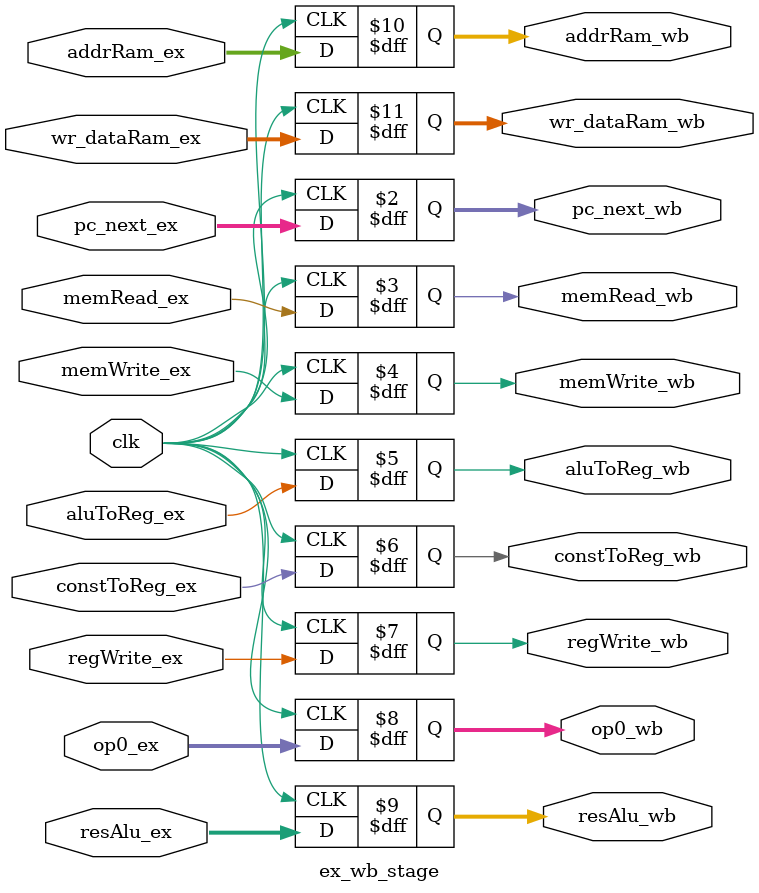
<source format=v>
`include "defs.vh"

module ex_wb_stage #(
    parameter pc_width = 10,
    parameter index_width = 3,
    parameter reg_width = 32,
    parameter addr_width = 10,
    parameter data_width = 32
)(
    input      clk,
    input      [pc_width-1 : 0] pc_next_ex,
    output reg [pc_width-1 : 0] pc_next_wb,
    input      memRead_ex,
    output reg memRead_wb,
    input      memWrite_ex,
    output reg memWrite_wb,
    input      aluToReg_ex,
    output reg aluToReg_wb,
    input      constToReg_ex,
    output reg constToReg_wb,
    input      regWrite_ex,
    output reg regWrite_wb,
    input      [index_width-1 : 0] op0_ex,
    output reg [index_width-1 : 0] op0_wb,
    input      [reg_width-1 : 0] resAlu_ex,
    output reg [reg_width-1 : 0] resAlu_wb,
    input      [addr_width-1 : 0] addrRam_ex,
    output reg [addr_width-1 : 0] addrRam_wb,
    input      [data_width-1 : 0] wr_dataRam_ex,
    output reg [data_width-1 : 0] wr_dataRam_wb
);

always @(posedge clk) begin
    pc_next_wb    <= pc_next_ex;
    memRead_wb    <= memRead_ex;
    memWrite_wb   <= memWrite_ex;
    aluToReg_wb   <= aluToReg_ex;
    constToReg_wb <= constToReg_ex;
    regWrite_wb   <= regWrite_ex;
    op0_wb        <= op0_ex;
    resAlu_wb     <= resAlu_ex;
    addrRam_wb    <= addrRam_ex;
    wr_dataRam_wb <= wr_dataRam_ex;
end

endmodule

</source>
